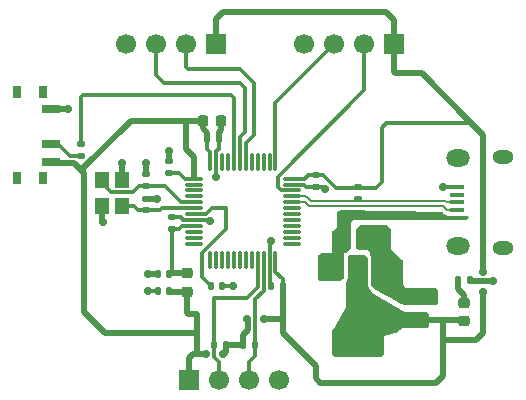
<source format=gbr>
%TF.GenerationSoftware,KiCad,Pcbnew,9.0.1*%
%TF.CreationDate,2025-05-17T01:13:41+02:00*%
%TF.ProjectId,kurs,6b757273-2e6b-4696-9361-645f70636258,rev?*%
%TF.SameCoordinates,Original*%
%TF.FileFunction,Copper,L1,Top*%
%TF.FilePolarity,Positive*%
%FSLAX46Y46*%
G04 Gerber Fmt 4.6, Leading zero omitted, Abs format (unit mm)*
G04 Created by KiCad (PCBNEW 9.0.1) date 2025-05-17 01:13:41*
%MOMM*%
%LPD*%
G01*
G04 APERTURE LIST*
G04 Aperture macros list*
%AMRoundRect*
0 Rectangle with rounded corners*
0 $1 Rounding radius*
0 $2 $3 $4 $5 $6 $7 $8 $9 X,Y pos of 4 corners*
0 Add a 4 corners polygon primitive as box body*
4,1,4,$2,$3,$4,$5,$6,$7,$8,$9,$2,$3,0*
0 Add four circle primitives for the rounded corners*
1,1,$1+$1,$2,$3*
1,1,$1+$1,$4,$5*
1,1,$1+$1,$6,$7*
1,1,$1+$1,$8,$9*
0 Add four rect primitives between the rounded corners*
20,1,$1+$1,$2,$3,$4,$5,0*
20,1,$1+$1,$4,$5,$6,$7,0*
20,1,$1+$1,$6,$7,$8,$9,0*
20,1,$1+$1,$8,$9,$2,$3,0*%
G04 Aperture macros list end*
%TA.AperFunction,SMDPad,CuDef*%
%ADD10R,0.800000X1.000000*%
%TD*%
%TA.AperFunction,SMDPad,CuDef*%
%ADD11R,1.500000X0.700000*%
%TD*%
%TA.AperFunction,SMDPad,CuDef*%
%ADD12R,1.200000X1.400000*%
%TD*%
%TA.AperFunction,SMDPad,CuDef*%
%ADD13RoundRect,0.218750X0.256250X-0.218750X0.256250X0.218750X-0.256250X0.218750X-0.256250X-0.218750X0*%
%TD*%
%TA.AperFunction,ComponentPad*%
%ADD14R,1.700000X1.700000*%
%TD*%
%TA.AperFunction,ComponentPad*%
%ADD15C,1.700000*%
%TD*%
%TA.AperFunction,SMDPad,CuDef*%
%ADD16RoundRect,0.140000X-0.170000X0.140000X-0.170000X-0.140000X0.170000X-0.140000X0.170000X0.140000X0*%
%TD*%
%TA.AperFunction,SMDPad,CuDef*%
%ADD17RoundRect,0.225000X-0.225000X-0.250000X0.225000X-0.250000X0.225000X0.250000X-0.225000X0.250000X0*%
%TD*%
%TA.AperFunction,SMDPad,CuDef*%
%ADD18RoundRect,0.075000X-0.662500X-0.075000X0.662500X-0.075000X0.662500X0.075000X-0.662500X0.075000X0*%
%TD*%
%TA.AperFunction,SMDPad,CuDef*%
%ADD19RoundRect,0.075000X-0.075000X-0.662500X0.075000X-0.662500X0.075000X0.662500X-0.075000X0.662500X0*%
%TD*%
%TA.AperFunction,SMDPad,CuDef*%
%ADD20RoundRect,0.218750X-0.256250X0.218750X-0.256250X-0.218750X0.256250X-0.218750X0.256250X0.218750X0*%
%TD*%
%TA.AperFunction,SMDPad,CuDef*%
%ADD21RoundRect,0.140000X0.170000X-0.140000X0.170000X0.140000X-0.170000X0.140000X-0.170000X-0.140000X0*%
%TD*%
%TA.AperFunction,SMDPad,CuDef*%
%ADD22RoundRect,0.135000X-0.135000X-0.185000X0.135000X-0.185000X0.135000X0.185000X-0.135000X0.185000X0*%
%TD*%
%TA.AperFunction,SMDPad,CuDef*%
%ADD23RoundRect,0.140000X0.140000X0.170000X-0.140000X0.170000X-0.140000X-0.170000X0.140000X-0.170000X0*%
%TD*%
%TA.AperFunction,SMDPad,CuDef*%
%ADD24RoundRect,0.250000X-0.250000X-0.475000X0.250000X-0.475000X0.250000X0.475000X-0.250000X0.475000X0*%
%TD*%
%TA.AperFunction,SMDPad,CuDef*%
%ADD25RoundRect,0.140000X-0.140000X-0.170000X0.140000X-0.170000X0.140000X0.170000X-0.140000X0.170000X0*%
%TD*%
%TA.AperFunction,SMDPad,CuDef*%
%ADD26RoundRect,0.135000X0.135000X0.185000X-0.135000X0.185000X-0.135000X-0.185000X0.135000X-0.185000X0*%
%TD*%
%TA.AperFunction,SMDPad,CuDef*%
%ADD27RoundRect,0.135000X0.185000X-0.135000X0.185000X0.135000X-0.185000X0.135000X-0.185000X-0.135000X0*%
%TD*%
%TA.AperFunction,SMDPad,CuDef*%
%ADD28R,1.300000X0.450000*%
%TD*%
%TA.AperFunction,HeatsinkPad*%
%ADD29O,1.800000X1.150000*%
%TD*%
%TA.AperFunction,HeatsinkPad*%
%ADD30O,2.000000X1.450000*%
%TD*%
%TA.AperFunction,SMDPad,CuDef*%
%ADD31RoundRect,0.250000X0.475000X-0.250000X0.475000X0.250000X-0.475000X0.250000X-0.475000X-0.250000X0*%
%TD*%
%TA.AperFunction,SMDPad,CuDef*%
%ADD32RoundRect,0.135000X-0.185000X0.135000X-0.185000X-0.135000X0.185000X-0.135000X0.185000X0.135000X0*%
%TD*%
%TA.AperFunction,SMDPad,CuDef*%
%ADD33RoundRect,0.375000X-0.375000X0.625000X-0.375000X-0.625000X0.375000X-0.625000X0.375000X0.625000X0*%
%TD*%
%TA.AperFunction,SMDPad,CuDef*%
%ADD34RoundRect,0.500000X-1.400000X0.500000X-1.400000X-0.500000X1.400000X-0.500000X1.400000X0.500000X0*%
%TD*%
%TA.AperFunction,ViaPad*%
%ADD35C,0.700000*%
%TD*%
%TA.AperFunction,Conductor*%
%ADD36C,0.500000*%
%TD*%
%TA.AperFunction,Conductor*%
%ADD37C,0.300000*%
%TD*%
%TA.AperFunction,Conductor*%
%ADD38C,0.200000*%
%TD*%
G04 APERTURE END LIST*
D10*
%TO.P,SW1,*%
%TO.N,*%
X51350000Y-58600000D03*
X49140000Y-58600000D03*
X51350000Y-65900000D03*
X49140000Y-65900000D03*
D11*
%TO.P,SW1,1,A*%
%TO.N,GND*%
X52000000Y-60000000D03*
%TO.P,SW1,2,B*%
%TO.N,/SW_SPDT_BOOT0*%
X52000000Y-63000000D03*
%TO.P,SW1,3,C*%
%TO.N,+3.3V*%
X52000000Y-64500000D03*
%TD*%
D12*
%TO.P,Y1,1,1*%
%TO.N,/HSE_IN*%
X56300000Y-66000000D03*
%TO.P,Y1,2,2*%
%TO.N,GND*%
X56300000Y-68200000D03*
%TO.P,Y1,3,3*%
%TO.N,/HSE_OUT*%
X58000000Y-68200000D03*
%TO.P,Y1,4,4*%
%TO.N,GND*%
X58000000Y-66000000D03*
%TD*%
D13*
%TO.P,FB1,1*%
%TO.N,+3.3V*%
X63500000Y-75500000D03*
%TO.P,FB1,2*%
%TO.N,+3.3VA*%
X63500000Y-73925000D03*
%TD*%
D14*
%TO.P,J4,1,Pin_1*%
%TO.N,+3.3V*%
X63680000Y-83000000D03*
D15*
%TO.P,J4,2,Pin_2*%
%TO.N,/I2C2_SCL*%
X66220000Y-83000000D03*
%TO.P,J4,3,Pin_3*%
%TO.N,/ISC2_SDA*%
X68760000Y-83000000D03*
%TO.P,J4,4,Pin_4*%
%TO.N,GND*%
X71300000Y-83000000D03*
%TD*%
D16*
%TO.P,C3,1*%
%TO.N,+3.3V*%
X74400000Y-65640000D03*
%TO.P,C3,2*%
%TO.N,GND*%
X74400000Y-66600000D03*
%TD*%
D17*
%TO.P,C5,1*%
%TO.N,+3.3V*%
X64850000Y-61000000D03*
%TO.P,C5,2*%
%TO.N,GND*%
X66400000Y-61000000D03*
%TD*%
D18*
%TO.P,U1,1,VBAT*%
%TO.N,+3.3V*%
X64087500Y-65912500D03*
%TO.P,U1,2,PC13*%
%TO.N,unconnected-(U1-PC13-Pad2)*%
X64087500Y-66412500D03*
%TO.P,U1,3,PC14*%
%TO.N,unconnected-(U1-PC14-Pad3)*%
X64087500Y-66912500D03*
%TO.P,U1,4,PC15*%
%TO.N,unconnected-(U1-PC15-Pad4)*%
X64087500Y-67412500D03*
%TO.P,U1,5,PD0*%
%TO.N,/HSE_IN*%
X64087500Y-67912500D03*
%TO.P,U1,6,PD1*%
%TO.N,/HSE_OUT*%
X64087500Y-68412500D03*
%TO.P,U1,7,NRST*%
%TO.N,/NRST*%
X64087500Y-68912500D03*
%TO.P,U1,8,VSSA*%
%TO.N,GND*%
X64087500Y-69412500D03*
%TO.P,U1,9,VDDA*%
%TO.N,+3.3VA*%
X64087500Y-69912500D03*
%TO.P,U1,10,PA0*%
%TO.N,unconnected-(U1-PA0-Pad10)*%
X64087500Y-70412500D03*
%TO.P,U1,11,PA1*%
%TO.N,unconnected-(U1-PA1-Pad11)*%
X64087500Y-70912500D03*
%TO.P,U1,12,PA2*%
%TO.N,unconnected-(U1-PA2-Pad12)*%
X64087500Y-71412500D03*
D19*
%TO.P,U1,13,PA3*%
%TO.N,unconnected-(U1-PA3-Pad13)*%
X65500000Y-72825000D03*
%TO.P,U1,14,PA4*%
%TO.N,unconnected-(U1-PA4-Pad14)*%
X66000000Y-72825000D03*
%TO.P,U1,15,PA5*%
%TO.N,unconnected-(U1-PA5-Pad15)*%
X66500000Y-72825000D03*
%TO.P,U1,16,PA6*%
%TO.N,unconnected-(U1-PA6-Pad16)*%
X67000000Y-72825000D03*
%TO.P,U1,17,PA7*%
%TO.N,unconnected-(U1-PA7-Pad17)*%
X67500000Y-72825000D03*
%TO.P,U1,18,PB0*%
%TO.N,unconnected-(U1-PB0-Pad18)*%
X68000000Y-72825000D03*
%TO.P,U1,19,PB1*%
%TO.N,unconnected-(U1-PB1-Pad19)*%
X68500000Y-72825000D03*
%TO.P,U1,20,PB2*%
%TO.N,unconnected-(U1-PB2-Pad20)*%
X69000000Y-72825000D03*
%TO.P,U1,21,PB10*%
%TO.N,/I2C2_SCL*%
X69500000Y-72825000D03*
%TO.P,U1,22,PB11*%
%TO.N,/ISC2_SDA*%
X70000000Y-72825000D03*
%TO.P,U1,23,VSS*%
%TO.N,GND*%
X70500000Y-72825000D03*
%TO.P,U1,24,VDD*%
%TO.N,+3.3V*%
X71000000Y-72825000D03*
D18*
%TO.P,U1,25,PB12*%
%TO.N,unconnected-(U1-PB12-Pad25)*%
X72412500Y-71412500D03*
%TO.P,U1,26,PB13*%
%TO.N,unconnected-(U1-PB13-Pad26)*%
X72412500Y-70912500D03*
%TO.P,U1,27,PB14*%
%TO.N,unconnected-(U1-PB14-Pad27)*%
X72412500Y-70412500D03*
%TO.P,U1,28,PB15*%
%TO.N,unconnected-(U1-PB15-Pad28)*%
X72412500Y-69912500D03*
%TO.P,U1,29,PA8*%
%TO.N,unconnected-(U1-PA8-Pad29)*%
X72412500Y-69412500D03*
%TO.P,U1,30,PA9*%
%TO.N,unconnected-(U1-PA9-Pad30)*%
X72412500Y-68912500D03*
%TO.P,U1,31,PA10*%
%TO.N,unconnected-(U1-PA10-Pad31)*%
X72412500Y-68412500D03*
%TO.P,U1,32,PA11*%
%TO.N,/USB_D-*%
X72412500Y-67912500D03*
%TO.P,U1,33,PA12*%
%TO.N,/USB_D+*%
X72412500Y-67412500D03*
%TO.P,U1,34,PA13*%
%TO.N,/SWDIO*%
X72412500Y-66912500D03*
%TO.P,U1,35,VSS*%
%TO.N,GND*%
X72412500Y-66412500D03*
%TO.P,U1,36,VDD*%
%TO.N,+3.3V*%
X72412500Y-65912500D03*
D19*
%TO.P,U1,37,PA14*%
%TO.N,/SWCLOCK*%
X71000000Y-64500000D03*
%TO.P,U1,38,PA15*%
%TO.N,unconnected-(U1-PA15-Pad38)*%
X70500000Y-64500000D03*
%TO.P,U1,39,PB3*%
%TO.N,unconnected-(U1-PB3-Pad39)*%
X70000000Y-64500000D03*
%TO.P,U1,40,PB4*%
%TO.N,unconnected-(U1-PB4-Pad40)*%
X69500000Y-64500000D03*
%TO.P,U1,41,PB5*%
%TO.N,unconnected-(U1-PB5-Pad41)*%
X69000000Y-64500000D03*
%TO.P,U1,42,PB6*%
%TO.N,/USART1_TX*%
X68500000Y-64500000D03*
%TO.P,U1,43,PB7*%
%TO.N,/USART1_RX*%
X68000000Y-64500000D03*
%TO.P,U1,44,BOOT0*%
%TO.N,/BOOT0*%
X67500000Y-64500000D03*
%TO.P,U1,45,PB8*%
%TO.N,unconnected-(U1-PB8-Pad45)*%
X67000000Y-64500000D03*
%TO.P,U1,46,PB9*%
%TO.N,unconnected-(U1-PB9-Pad46)*%
X66500000Y-64500000D03*
%TO.P,U1,47,VSS*%
%TO.N,GND*%
X66000000Y-64500000D03*
%TO.P,U1,48,VDD*%
%TO.N,+3.3V*%
X65500000Y-64500000D03*
%TD*%
D20*
%TO.P,D1,1,K*%
%TO.N,/PWR_LED_CATHODE*%
X87000000Y-76425000D03*
%TO.P,D1,2,A*%
%TO.N,+3.3V*%
X87000000Y-78000000D03*
%TD*%
D21*
%TO.P,C10,1*%
%TO.N,/HSE_IN*%
X60000000Y-66520000D03*
%TO.P,C10,2*%
%TO.N,GND*%
X60000000Y-65560000D03*
%TD*%
D22*
%TO.P,R3,1*%
%TO.N,/PWR_LED_CATHODE*%
X86480000Y-74500000D03*
%TO.P,R3,2*%
%TO.N,GND*%
X87500000Y-74500000D03*
%TD*%
D21*
%TO.P,C1,1*%
%TO.N,+3.3V*%
X62000000Y-65400000D03*
%TO.P,C1,2*%
%TO.N,GND*%
X62000000Y-64440000D03*
%TD*%
D23*
%TO.P,C2,1*%
%TO.N,+3.3V*%
X71600000Y-75000000D03*
%TO.P,C2,2*%
%TO.N,GND*%
X70640000Y-75000000D03*
%TD*%
D24*
%TO.P,C12,1*%
%TO.N,VBUS*%
X76600000Y-71000000D03*
%TO.P,C12,2*%
%TO.N,GND*%
X78500000Y-71000000D03*
%TD*%
D23*
%TO.P,C8,1*%
%TO.N,+3.3V*%
X62000000Y-75400000D03*
%TO.P,C8,2*%
%TO.N,GND*%
X61040000Y-75400000D03*
%TD*%
D21*
%TO.P,C6,1*%
%TO.N,+3.3VA*%
X62200000Y-70160000D03*
%TO.P,C6,2*%
%TO.N,GND*%
X62200000Y-69200000D03*
%TD*%
D25*
%TO.P,C9,1*%
%TO.N,/NRST*%
X65540000Y-75000000D03*
%TO.P,C9,2*%
%TO.N,GND*%
X66500000Y-75000000D03*
%TD*%
D23*
%TO.P,C7,1*%
%TO.N,+3.3VA*%
X62000000Y-74000000D03*
%TO.P,C7,2*%
%TO.N,GND*%
X61040000Y-74000000D03*
%TD*%
D26*
%TO.P,R4,1*%
%TO.N,+3.3V*%
X66800000Y-80000000D03*
%TO.P,R4,2*%
%TO.N,/I2C2_SCL*%
X65780000Y-80000000D03*
%TD*%
D27*
%TO.P,R1,1*%
%TO.N,/SW_SPDT_BOOT0*%
X54500000Y-64000000D03*
%TO.P,R1,2*%
%TO.N,/BOOT0*%
X54500000Y-62980000D03*
%TD*%
D28*
%TO.P,J1,1,VBUS*%
%TO.N,VBUS*%
X86400000Y-69225000D03*
%TO.P,J1,2,D-*%
%TO.N,/USB_D-*%
X86400000Y-68575000D03*
%TO.P,J1,3,D+*%
%TO.N,/USB_D+*%
X86400000Y-67925000D03*
%TO.P,J1,4,ID*%
%TO.N,unconnected-(J1-ID-Pad4)*%
X86400000Y-67275000D03*
%TO.P,J1,5,GND*%
%TO.N,GND*%
X86400000Y-66625000D03*
D29*
%TO.P,J1,6,Shield*%
%TO.N,unconnected-(J1-Shield-Pad6)*%
X90250000Y-71800000D03*
D30*
%TO.N,unconnected-(J1-Shield-Pad6)_2*%
X86450000Y-71650000D03*
%TO.N,unconnected-(J1-Shield-Pad6)_1*%
X86450000Y-64200000D03*
D29*
%TO.N,unconnected-(J1-Shield-Pad6)_3*%
X90250000Y-64050000D03*
%TD*%
D22*
%TO.P,R5,1*%
%TO.N,+3.3V*%
X68280000Y-80000000D03*
%TO.P,R5,2*%
%TO.N,/ISC2_SDA*%
X69300000Y-80000000D03*
%TD*%
D25*
%TO.P,C4,1*%
%TO.N,+3.3V*%
X65240000Y-62600000D03*
%TO.P,C4,2*%
%TO.N,GND*%
X66200000Y-62600000D03*
%TD*%
D31*
%TO.P,C13,1*%
%TO.N,+3.3V*%
X82900000Y-77900000D03*
%TO.P,C13,2*%
%TO.N,GND*%
X82900000Y-76000000D03*
%TD*%
D32*
%TO.P,R2,1*%
%TO.N,+3.3V*%
X78000000Y-66600000D03*
%TO.P,R2,2*%
%TO.N,/USB_D+*%
X78000000Y-67620000D03*
%TD*%
D21*
%TO.P,C11,1*%
%TO.N,/HSE_OUT*%
X60000000Y-68600000D03*
%TO.P,C11,2*%
%TO.N,GND*%
X60000000Y-67640000D03*
%TD*%
D14*
%TO.P,J2,1,Pin_1*%
%TO.N,+3.3V*%
X81080000Y-54500000D03*
D15*
%TO.P,J2,2,Pin_2*%
%TO.N,/SWDIO*%
X78540000Y-54500000D03*
%TO.P,J2,3,Pin_3*%
%TO.N,/SWCLOCK*%
X76000000Y-54500000D03*
%TO.P,J2,4,Pin_4*%
%TO.N,GND*%
X73460000Y-54500000D03*
%TD*%
D33*
%TO.P,U2,1,GND*%
%TO.N,GND*%
X80200000Y-73500000D03*
%TO.P,U2,2,VO*%
%TO.N,+3.3V*%
X77900000Y-73500000D03*
D34*
X77900000Y-79800000D03*
D33*
%TO.P,U2,3,VI*%
%TO.N,VBUS*%
X75600000Y-73500000D03*
%TD*%
D14*
%TO.P,J3,1,Pin_1*%
%TO.N,+3.3V*%
X66000000Y-54500000D03*
D15*
%TO.P,J3,2,Pin_2*%
%TO.N,/USART1_TX*%
X63460000Y-54500000D03*
%TO.P,J3,3,Pin_3*%
%TO.N,/USART1_RX*%
X60920000Y-54500000D03*
%TO.P,J3,4,Pin_4*%
%TO.N,GND*%
X58380000Y-54500000D03*
%TD*%
D35*
%TO.N,+3.3V*%
X88600000Y-73800000D03*
X65080000Y-80772520D03*
X66600000Y-80800000D03*
X88600000Y-75550000D03*
X68600000Y-77800000D03*
X70000000Y-77800000D03*
%TO.N,GND*%
X61000000Y-67600000D03*
X53400000Y-60000000D03*
X70600000Y-71200000D03*
X62000000Y-63600000D03*
X75205025Y-66794975D03*
X89400000Y-74600000D03*
X79800000Y-75000000D03*
X65465267Y-69501816D03*
X85200000Y-66600000D03*
X60200000Y-75400000D03*
X60200000Y-74000000D03*
X80800000Y-75000000D03*
X56400000Y-69600000D03*
X84200000Y-76000000D03*
X66000000Y-65800000D03*
X79800000Y-70600000D03*
X60000000Y-64600000D03*
X58000000Y-64600000D03*
X79800000Y-71600000D03*
X67400000Y-75000000D03*
%TD*%
D36*
%TO.N,+3.3V*%
X66800000Y-80000000D02*
X66800000Y-80600000D01*
X71600000Y-77800000D02*
X71600000Y-78200000D01*
X88000000Y-79600000D02*
X85400000Y-79600000D01*
X65240000Y-62040000D02*
X65240000Y-62600000D01*
X63400000Y-61000000D02*
X58800000Y-61000000D01*
X86900000Y-77900000D02*
X87000000Y-78000000D01*
X81080000Y-52480000D02*
X81080000Y-54500000D01*
D37*
X80000000Y-66200000D02*
X80000000Y-61600000D01*
D36*
X74400000Y-82800000D02*
X74800000Y-83200000D01*
X62100000Y-75500000D02*
X62000000Y-75400000D01*
X64400000Y-79000000D02*
X64400000Y-77400000D01*
X71600000Y-77800000D02*
X70000000Y-77800000D01*
X80400000Y-51800000D02*
X81080000Y-52480000D01*
X85200000Y-77900000D02*
X86900000Y-77900000D01*
X85400000Y-79600000D02*
X85200000Y-79400000D01*
X81080000Y-54500000D02*
X81080000Y-56880000D01*
X71600000Y-79000000D02*
X74400000Y-81800000D01*
D37*
X63312500Y-65912500D02*
X62800000Y-65400000D01*
D36*
X65130000Y-80800000D02*
X64400000Y-80800000D01*
X68650000Y-78750000D02*
X68280000Y-79120000D01*
X64850000Y-61000000D02*
X63400000Y-61000000D01*
X71600000Y-78200000D02*
X71600000Y-79000000D01*
D37*
X72412500Y-65912500D02*
X73487500Y-65912500D01*
D36*
X66000000Y-52400000D02*
X66600000Y-51800000D01*
X63500000Y-75500000D02*
X62100000Y-75500000D01*
X64400000Y-80800000D02*
X64400000Y-79000000D01*
D37*
X71600000Y-74400000D02*
X71600000Y-75000000D01*
D36*
X84600000Y-83200000D02*
X85200000Y-82600000D01*
X64850000Y-61000000D02*
X64850000Y-61650000D01*
X63400000Y-63400000D02*
X64087500Y-64087500D01*
X88600000Y-79000000D02*
X88000000Y-79600000D01*
X85200000Y-79400000D02*
X85200000Y-77900000D01*
X54800000Y-77200000D02*
X54800000Y-65452472D01*
D37*
X73760000Y-65640000D02*
X74400000Y-65640000D01*
D36*
X68650000Y-77800000D02*
X68650000Y-78750000D01*
X66800000Y-80600000D02*
X66600000Y-80800000D01*
D37*
X71000000Y-72825000D02*
X71000000Y-73800000D01*
D36*
X66000000Y-54500000D02*
X66000000Y-52400000D01*
D37*
X71000000Y-73800000D02*
X71600000Y-74400000D01*
D36*
X74800000Y-83200000D02*
X84600000Y-83200000D01*
X54800000Y-65452472D02*
X54573764Y-65226236D01*
X81080000Y-56880000D02*
X81200000Y-57000000D01*
X52126236Y-64626236D02*
X52000000Y-64500000D01*
X85200000Y-82600000D02*
X85200000Y-79400000D01*
X88600000Y-75550000D02*
X88600000Y-79000000D01*
X83400000Y-57000000D02*
X87500000Y-61100000D01*
X64400000Y-79000000D02*
X56600000Y-79000000D01*
D37*
X75040000Y-65640000D02*
X76090000Y-66690000D01*
X64087500Y-65912500D02*
X63312500Y-65912500D01*
X79510000Y-66690000D02*
X80000000Y-66200000D01*
X76090000Y-66690000D02*
X79510000Y-66690000D01*
X65240000Y-63440000D02*
X65240000Y-62600000D01*
D36*
X74400000Y-81800000D02*
X74400000Y-82800000D01*
D37*
X74400000Y-65640000D02*
X75040000Y-65640000D01*
D36*
X63680000Y-81120000D02*
X63680000Y-83000000D01*
X68280000Y-79120000D02*
X68280000Y-80000000D01*
X71600000Y-75000000D02*
X71600000Y-77800000D01*
X64850000Y-61650000D02*
X65240000Y-62040000D01*
X63500000Y-77300000D02*
X63600000Y-77400000D01*
D37*
X65500000Y-64500000D02*
X65500000Y-63700000D01*
X80400000Y-61200000D02*
X87400000Y-61200000D01*
D36*
X64087500Y-64087500D02*
X64087500Y-65811500D01*
X81200000Y-57000000D02*
X83400000Y-57000000D01*
X56600000Y-79000000D02*
X54800000Y-77200000D01*
D37*
X87400000Y-61200000D02*
X87500000Y-61100000D01*
D36*
X66600000Y-51800000D02*
X80400000Y-51800000D01*
X63500000Y-75500000D02*
X63500000Y-77300000D01*
X82900000Y-77900000D02*
X85200000Y-77900000D01*
X88600000Y-62200000D02*
X88600000Y-73800000D01*
X63400000Y-61000000D02*
X63400000Y-63400000D01*
X64000000Y-80800000D02*
X63680000Y-81120000D01*
X87500000Y-61100000D02*
X88600000Y-62200000D01*
X68280000Y-80000000D02*
X66800000Y-80000000D01*
X54573764Y-65226236D02*
X53973764Y-64626236D01*
X64400000Y-80800000D02*
X64000000Y-80800000D01*
X53973764Y-64626236D02*
X52126236Y-64626236D01*
X58800000Y-61000000D02*
X54573764Y-65226236D01*
D37*
X73487500Y-65912500D02*
X73760000Y-65640000D01*
X65500000Y-63700000D02*
X65240000Y-63440000D01*
X80000000Y-61600000D02*
X80400000Y-61200000D01*
D36*
X64400000Y-77400000D02*
X63600000Y-77400000D01*
D37*
X62800000Y-65400000D02*
X62000000Y-65400000D01*
%TO.N,GND*%
X65375951Y-69412500D02*
X65465267Y-69501816D01*
D36*
X61040000Y-74000000D02*
X61000000Y-74000000D01*
D37*
X70500000Y-72825000D02*
X70500000Y-71300000D01*
X66500000Y-75000000D02*
X67400000Y-75000000D01*
X73412500Y-66412500D02*
X73600000Y-66600000D01*
X85225000Y-66625000D02*
X85200000Y-66600000D01*
X73600000Y-66600000D02*
X74400000Y-66600000D01*
D36*
X60000000Y-65560000D02*
X60000000Y-64600000D01*
D37*
X86400000Y-66625000D02*
X85225000Y-66625000D01*
X70500000Y-72825000D02*
X70500000Y-74860000D01*
D36*
X89400000Y-74600000D02*
X87600000Y-74600000D01*
D37*
X64087500Y-69412500D02*
X63212500Y-69412500D01*
X75010050Y-66600000D02*
X75205025Y-66794975D01*
X66000000Y-64500000D02*
X66000000Y-65800000D01*
X66000000Y-63600000D02*
X66200000Y-63400000D01*
X61040000Y-75400000D02*
X60200000Y-75400000D01*
X66000000Y-64500000D02*
X66000000Y-63600000D01*
D36*
X87600000Y-74600000D02*
X87500000Y-74500000D01*
D37*
X70500000Y-74860000D02*
X70640000Y-75000000D01*
D36*
X60960000Y-67640000D02*
X61000000Y-67600000D01*
X58000000Y-66000000D02*
X58000000Y-64600000D01*
X56300000Y-69500000D02*
X56400000Y-69600000D01*
X56300000Y-68200000D02*
X56300000Y-69500000D01*
D37*
X74400000Y-66600000D02*
X75010050Y-66600000D01*
X70500000Y-71300000D02*
X70600000Y-71200000D01*
D36*
X66400000Y-61000000D02*
X66400000Y-61800000D01*
D37*
X63212500Y-69412500D02*
X63000000Y-69200000D01*
D36*
X60000000Y-67640000D02*
X60960000Y-67640000D01*
X61040000Y-74000000D02*
X60200000Y-74000000D01*
X52000000Y-60000000D02*
X53400000Y-60000000D01*
X66400000Y-61800000D02*
X66200000Y-62000000D01*
X62000000Y-64440000D02*
X62000000Y-63600000D01*
D37*
X72412500Y-66412500D02*
X73412500Y-66412500D01*
X63000000Y-69200000D02*
X62200000Y-69200000D01*
X64087500Y-69412500D02*
X65375951Y-69412500D01*
D36*
X66200000Y-62000000D02*
X66200000Y-62600000D01*
D37*
X66200000Y-63400000D02*
X66200000Y-62600000D01*
%TO.N,+3.3VA*%
X62200000Y-70160000D02*
X62200000Y-73800000D01*
X63087500Y-69912500D02*
X62840000Y-70160000D01*
D36*
X63500000Y-73925000D02*
X62075000Y-73925000D01*
X62075000Y-73925000D02*
X62000000Y-74000000D01*
D37*
X64087500Y-69912500D02*
X63087500Y-69912500D01*
X62840000Y-70160000D02*
X62200000Y-70160000D01*
X62200000Y-73800000D02*
X62000000Y-74000000D01*
%TO.N,/NRST*%
X66800000Y-70182966D02*
X64800000Y-72182966D01*
X65087500Y-68912500D02*
X65600000Y-68400000D01*
X65600000Y-68400000D02*
X66800000Y-68400000D01*
X64087500Y-68912500D02*
X65087500Y-68912500D01*
X66800000Y-68400000D02*
X66800000Y-70182966D01*
X64800000Y-74260000D02*
X65540000Y-75000000D01*
X64800000Y-72182966D02*
X64800000Y-74260000D01*
%TO.N,/HSE_IN*%
X59480000Y-66520000D02*
X58949000Y-67051000D01*
X60000000Y-66520000D02*
X61608500Y-66520000D01*
X57051000Y-67051000D02*
X56300000Y-66300000D01*
X61608500Y-66520000D02*
X63001000Y-67912500D01*
X56300000Y-66300000D02*
X56300000Y-66000000D01*
X60000000Y-66520000D02*
X59480000Y-66520000D01*
X58949000Y-67051000D02*
X57051000Y-67051000D01*
X63001000Y-67912500D02*
X64087500Y-67912500D01*
%TO.N,/HSE_OUT*%
X64087500Y-68412500D02*
X61387500Y-68412500D01*
X60000000Y-68600000D02*
X59400000Y-68600000D01*
X59000000Y-68200000D02*
X58000000Y-68200000D01*
X61387500Y-68412500D02*
X61200000Y-68600000D01*
X61200000Y-68600000D02*
X60000000Y-68600000D01*
X59400000Y-68600000D02*
X59000000Y-68200000D01*
D36*
%TO.N,/PWR_LED_CATHODE*%
X86480000Y-75280000D02*
X87000000Y-75800000D01*
X87000000Y-75800000D02*
X87000000Y-76425000D01*
X86480000Y-74500000D02*
X86480000Y-75280000D01*
D38*
%TO.N,/USB_D+*%
X72412500Y-67412500D02*
X73518751Y-67412500D01*
X85319557Y-67799000D02*
X85320557Y-67800000D01*
X85514853Y-67925000D02*
X86400000Y-67925000D01*
X85389853Y-67800000D02*
X85514853Y-67925000D01*
X73972351Y-67799000D02*
X85319557Y-67799000D01*
X73518751Y-67412500D02*
X73617751Y-67511500D01*
X85320557Y-67800000D02*
X85389853Y-67800000D01*
X73617751Y-67511500D02*
X73684851Y-67511500D01*
X73684851Y-67511500D02*
X73972351Y-67799000D01*
%TO.N,/USB_D-*%
X85153457Y-68200000D02*
X85528457Y-68575000D01*
X73806251Y-68200000D02*
X85153457Y-68200000D01*
X85528457Y-68575000D02*
X86400000Y-68575000D01*
X72412500Y-67912500D02*
X73518751Y-67912500D01*
X73518751Y-67912500D02*
X73806251Y-68200000D01*
D37*
%TO.N,/SWCLOCK*%
X71000000Y-59500000D02*
X71000000Y-64500000D01*
X76000000Y-54500000D02*
X71000000Y-59500000D01*
%TO.N,/SWDIO*%
X71512500Y-66912500D02*
X72412500Y-66912500D01*
X78540000Y-58442966D02*
X71200000Y-65782966D01*
X78540000Y-54500000D02*
X78540000Y-58442966D01*
X71200000Y-66600000D02*
X71512500Y-66912500D01*
X71200000Y-65782966D02*
X71200000Y-66600000D01*
%TO.N,/USART1_RX*%
X68400000Y-58200000D02*
X68000000Y-57800000D01*
X68000000Y-64500000D02*
X68000000Y-62400000D01*
X68400000Y-62000000D02*
X68400000Y-58200000D01*
X68000000Y-62400000D02*
X68400000Y-62000000D01*
X61600000Y-57800000D02*
X60920000Y-57120000D01*
X68000000Y-57800000D02*
X61600000Y-57800000D01*
X60920000Y-57120000D02*
X60920000Y-54500000D01*
%TO.N,/USART1_TX*%
X69200000Y-62200000D02*
X69200000Y-57800000D01*
X63460000Y-56460000D02*
X63460000Y-54500000D01*
X68500000Y-62900000D02*
X69200000Y-62200000D01*
X63600000Y-56600000D02*
X63460000Y-56460000D01*
X69200000Y-57800000D02*
X68000000Y-56600000D01*
X68500000Y-64500000D02*
X68500000Y-62900000D01*
X68000000Y-56600000D02*
X63600000Y-56600000D01*
%TO.N,/I2C2_SCL*%
X65780000Y-80000000D02*
X65780000Y-80980000D01*
X66220000Y-81420000D02*
X66220000Y-83000000D01*
X69500000Y-75100000D02*
X68600000Y-76000000D01*
X65800000Y-76000000D02*
X65780000Y-76020000D01*
X68600000Y-76000000D02*
X65800000Y-76000000D01*
X65780000Y-80980000D02*
X66220000Y-81420000D01*
X69500000Y-72825000D02*
X69500000Y-75100000D01*
X65780000Y-76020000D02*
X65780000Y-80000000D01*
%TO.N,/ISC2_SDA*%
X69300000Y-80900000D02*
X68760000Y-81440000D01*
X70000000Y-72825000D02*
X70000000Y-75400000D01*
X69300000Y-80000000D02*
X69300000Y-80900000D01*
X70000000Y-75400000D02*
X69300000Y-76100000D01*
X69300000Y-76100000D02*
X69300000Y-80000000D01*
X68760000Y-81440000D02*
X68760000Y-83000000D01*
%TO.N,/SW_SPDT_BOOT0*%
X52600000Y-63000000D02*
X53600000Y-64000000D01*
X53600000Y-64000000D02*
X54500000Y-64000000D01*
X52000000Y-63000000D02*
X52600000Y-63000000D01*
%TO.N,/BOOT0*%
X67200000Y-58800000D02*
X54700000Y-58800000D01*
X54500000Y-59000000D02*
X54500000Y-62980000D01*
X67500000Y-64500000D02*
X67500000Y-59100000D01*
X67500000Y-59100000D02*
X67200000Y-58800000D01*
X54700000Y-58800000D02*
X54500000Y-59000000D01*
%TD*%
%TA.AperFunction,Conductor*%
%TO.N,GND*%
G36*
X80415677Y-69819685D02*
G01*
X80436319Y-69836319D01*
X80763681Y-70163681D01*
X80797166Y-70225004D01*
X80800000Y-70251362D01*
X80800000Y-72000000D01*
X81753462Y-72762770D01*
X81793514Y-72820020D01*
X81800000Y-72859597D01*
X81800000Y-74800001D01*
X81999998Y-75199998D01*
X81999999Y-75199999D01*
X82000000Y-75200000D01*
X84548638Y-75200000D01*
X84578078Y-75208644D01*
X84608065Y-75215168D01*
X84613080Y-75218922D01*
X84615677Y-75219685D01*
X84636319Y-75236319D01*
X84763681Y-75363681D01*
X84797166Y-75425004D01*
X84800000Y-75451362D01*
X84800000Y-76348638D01*
X84780315Y-76415677D01*
X84763681Y-76436319D01*
X84636319Y-76563681D01*
X84574996Y-76597166D01*
X84548638Y-76600000D01*
X82020123Y-76600000D01*
X81980911Y-76593637D01*
X81410473Y-76403491D01*
X81390307Y-76394713D01*
X79384763Y-75300779D01*
X79340968Y-75260704D01*
X79126325Y-74938740D01*
X79105518Y-74872042D01*
X79105500Y-74869958D01*
X79105500Y-72651361D01*
X79105390Y-72649320D01*
X79103749Y-72618703D01*
X79100915Y-72592345D01*
X79100080Y-72585340D01*
X79065297Y-72478593D01*
X79065295Y-72478588D01*
X79031815Y-72417275D01*
X79031814Y-72417273D01*
X79031812Y-72417270D01*
X79024731Y-72407811D01*
X79000316Y-72342348D01*
X79000000Y-72333503D01*
X79000000Y-72200000D01*
X78800000Y-72000000D01*
X78229272Y-72000000D01*
X78173818Y-71986909D01*
X77868546Y-71834273D01*
X77817387Y-71786686D01*
X77800000Y-71723364D01*
X77800000Y-70251362D01*
X77819685Y-70184323D01*
X77836319Y-70163681D01*
X78163681Y-69836319D01*
X78225004Y-69802834D01*
X78251362Y-69800000D01*
X80348638Y-69800000D01*
X80415677Y-69819685D01*
G37*
%TD.AperFunction*%
%TD*%
%TA.AperFunction,Conductor*%
%TO.N,+3.3V*%
G36*
X78615677Y-72419685D02*
G01*
X78636319Y-72436319D01*
X78763681Y-72563681D01*
X78797166Y-72625004D01*
X78800000Y-72651362D01*
X78800000Y-75000000D01*
X79200000Y-75600000D01*
X79200002Y-75600002D01*
X81200000Y-76800000D01*
X81999999Y-77200000D01*
X82000000Y-77200000D01*
X83748638Y-77200000D01*
X83778078Y-77208644D01*
X83808065Y-77215168D01*
X83813080Y-77218922D01*
X83815677Y-77219685D01*
X83836319Y-77236319D01*
X83963681Y-77363681D01*
X83997166Y-77425004D01*
X84000000Y-77451362D01*
X84000000Y-78348638D01*
X83980315Y-78415677D01*
X83963681Y-78436319D01*
X83836319Y-78563681D01*
X83774996Y-78597166D01*
X83748638Y-78600000D01*
X81799999Y-78600000D01*
X81399999Y-78800000D01*
X81226548Y-78973451D01*
X81165225Y-79006936D01*
X81163185Y-79007362D01*
X80200000Y-79199999D01*
X80200000Y-80748638D01*
X80191355Y-80778078D01*
X80184832Y-80808065D01*
X80181077Y-80813080D01*
X80180315Y-80815677D01*
X80163681Y-80836319D01*
X80036319Y-80963681D01*
X79974996Y-80997166D01*
X79948638Y-81000000D01*
X76051362Y-81000000D01*
X75984323Y-80980315D01*
X75963681Y-80963681D01*
X75836319Y-80836319D01*
X75802834Y-80774996D01*
X75800000Y-80748638D01*
X75800000Y-78834345D01*
X75817671Y-78770548D01*
X76018209Y-78436319D01*
X77000000Y-76800000D01*
X77000000Y-74647858D01*
X77018684Y-74584226D01*
X77018657Y-74584213D01*
X77018731Y-74584066D01*
X77019685Y-74580819D01*
X77022280Y-74576942D01*
X77022547Y-74576556D01*
X77022553Y-74576551D01*
X77073439Y-74476475D01*
X77093124Y-74409436D01*
X77105500Y-74323364D01*
X77105500Y-72547554D01*
X77108124Y-72538614D01*
X77106838Y-72529385D01*
X77117812Y-72505623D01*
X77125185Y-72480515D01*
X77133004Y-72472727D01*
X77136134Y-72465953D01*
X77155046Y-72450779D01*
X77162905Y-72442954D01*
X77166399Y-72440729D01*
X77182730Y-72431812D01*
X77195950Y-72421915D01*
X77199901Y-72419400D01*
X77229134Y-72410951D01*
X77257646Y-72400316D01*
X77266496Y-72400000D01*
X78548638Y-72400000D01*
X78615677Y-72419685D01*
G37*
%TD.AperFunction*%
%TD*%
%TA.AperFunction,Conductor*%
%TO.N,VBUS*%
G36*
X85099073Y-68761093D02*
G01*
X85165733Y-68782016D01*
X85184455Y-68797391D01*
X85282544Y-68895480D01*
X85373869Y-68948207D01*
X85475730Y-68975500D01*
X85475732Y-68975500D01*
X85477512Y-68975977D01*
X85533100Y-69008071D01*
X85577235Y-69052206D01*
X85680009Y-69097585D01*
X85705135Y-69100500D01*
X87094864Y-69100499D01*
X87094879Y-69100497D01*
X87094882Y-69100497D01*
X87119987Y-69097586D01*
X87119987Y-69097585D01*
X87119991Y-69097585D01*
X87197959Y-69063158D01*
X87267235Y-69054087D01*
X87330421Y-69083910D01*
X87367452Y-69143159D01*
X87366572Y-69213024D01*
X87335726Y-69264274D01*
X87236317Y-69363682D01*
X87174997Y-69397166D01*
X87148638Y-69400000D01*
X77599999Y-69400000D01*
X77400000Y-69599999D01*
X77400000Y-71748638D01*
X77380315Y-71815677D01*
X77363681Y-71836319D01*
X77036319Y-72163681D01*
X76974996Y-72197166D01*
X76948638Y-72200000D01*
X76800000Y-72200000D01*
X76800000Y-74323364D01*
X76780315Y-74390403D01*
X76731454Y-74434273D01*
X76426182Y-74586909D01*
X76370728Y-74600000D01*
X74851362Y-74600000D01*
X74821921Y-74591355D01*
X74791935Y-74584832D01*
X74786919Y-74581077D01*
X74784323Y-74580315D01*
X74763681Y-74563681D01*
X74636319Y-74436319D01*
X74602834Y-74374996D01*
X74600000Y-74348638D01*
X74600000Y-72476636D01*
X74619685Y-72409597D01*
X74668546Y-72365727D01*
X74973818Y-72213091D01*
X75029272Y-72200000D01*
X75800000Y-72200000D01*
X75800000Y-70451362D01*
X75819685Y-70384323D01*
X75836319Y-70363681D01*
X76200000Y-70000000D01*
X76200000Y-68851362D01*
X76208645Y-68821918D01*
X76215168Y-68791936D01*
X76218922Y-68786920D01*
X76219685Y-68784323D01*
X76236313Y-68763686D01*
X76362729Y-68637270D01*
X76424048Y-68603788D01*
X76452694Y-68600975D01*
X85099073Y-68761093D01*
G37*
%TD.AperFunction*%
%TD*%
M02*

</source>
